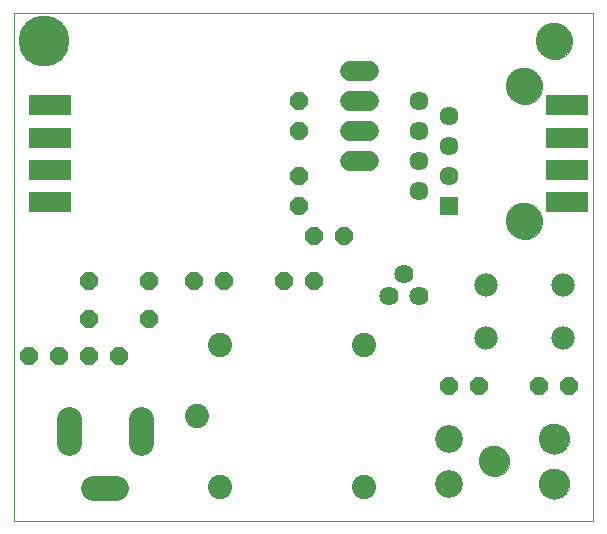
<source format=gbs>
G75*
G70*
%OFA0B0*%
%FSLAX24Y24*%
%IPPOS*%
%LPD*%
%AMOC8*
5,1,8,0,0,1.08239X$1,22.5*
%
%ADD10C,0.0000*%
%ADD11C,0.1221*%
%ADD12OC8,0.0600*%
%ADD13C,0.0634*%
%ADD14R,0.0634X0.0634*%
%ADD15R,0.1418X0.0709*%
%ADD16C,0.0680*%
%ADD17C,0.0827*%
%ADD18C,0.0808*%
%ADD19C,0.0640*%
%ADD20C,0.0926*%
%ADD21C,0.1024*%
%ADD22C,0.0780*%
%ADD23C,0.1700*%
D10*
X004380Y000300D02*
X004380Y017249D01*
X023671Y017249D01*
X023671Y000300D01*
X004380Y000300D01*
X019888Y002300D02*
X019890Y002344D01*
X019896Y002388D01*
X019906Y002431D01*
X019919Y002473D01*
X019937Y002513D01*
X019958Y002552D01*
X019982Y002589D01*
X020009Y002624D01*
X020040Y002656D01*
X020073Y002685D01*
X020109Y002711D01*
X020147Y002733D01*
X020187Y002752D01*
X020228Y002768D01*
X020271Y002780D01*
X020314Y002788D01*
X020358Y002792D01*
X020402Y002792D01*
X020446Y002788D01*
X020489Y002780D01*
X020532Y002768D01*
X020573Y002752D01*
X020613Y002733D01*
X020651Y002711D01*
X020687Y002685D01*
X020720Y002656D01*
X020751Y002624D01*
X020778Y002589D01*
X020802Y002552D01*
X020823Y002513D01*
X020841Y002473D01*
X020854Y002431D01*
X020864Y002388D01*
X020870Y002344D01*
X020872Y002300D01*
X020870Y002256D01*
X020864Y002212D01*
X020854Y002169D01*
X020841Y002127D01*
X020823Y002087D01*
X020802Y002048D01*
X020778Y002011D01*
X020751Y001976D01*
X020720Y001944D01*
X020687Y001915D01*
X020651Y001889D01*
X020613Y001867D01*
X020573Y001848D01*
X020532Y001832D01*
X020489Y001820D01*
X020446Y001812D01*
X020402Y001808D01*
X020358Y001808D01*
X020314Y001812D01*
X020271Y001820D01*
X020228Y001832D01*
X020187Y001848D01*
X020147Y001867D01*
X020109Y001889D01*
X020073Y001915D01*
X020040Y001944D01*
X020009Y001976D01*
X019982Y002011D01*
X019958Y002048D01*
X019937Y002087D01*
X019919Y002127D01*
X019906Y002169D01*
X019896Y002212D01*
X019890Y002256D01*
X019888Y002300D01*
X021888Y001550D02*
X021890Y001594D01*
X021896Y001638D01*
X021906Y001681D01*
X021919Y001723D01*
X021937Y001763D01*
X021958Y001802D01*
X021982Y001839D01*
X022009Y001874D01*
X022040Y001906D01*
X022073Y001935D01*
X022109Y001961D01*
X022147Y001983D01*
X022187Y002002D01*
X022228Y002018D01*
X022271Y002030D01*
X022314Y002038D01*
X022358Y002042D01*
X022402Y002042D01*
X022446Y002038D01*
X022489Y002030D01*
X022532Y002018D01*
X022573Y002002D01*
X022613Y001983D01*
X022651Y001961D01*
X022687Y001935D01*
X022720Y001906D01*
X022751Y001874D01*
X022778Y001839D01*
X022802Y001802D01*
X022823Y001763D01*
X022841Y001723D01*
X022854Y001681D01*
X022864Y001638D01*
X022870Y001594D01*
X022872Y001550D01*
X022870Y001506D01*
X022864Y001462D01*
X022854Y001419D01*
X022841Y001377D01*
X022823Y001337D01*
X022802Y001298D01*
X022778Y001261D01*
X022751Y001226D01*
X022720Y001194D01*
X022687Y001165D01*
X022651Y001139D01*
X022613Y001117D01*
X022573Y001098D01*
X022532Y001082D01*
X022489Y001070D01*
X022446Y001062D01*
X022402Y001058D01*
X022358Y001058D01*
X022314Y001062D01*
X022271Y001070D01*
X022228Y001082D01*
X022187Y001098D01*
X022147Y001117D01*
X022109Y001139D01*
X022073Y001165D01*
X022040Y001194D01*
X022009Y001226D01*
X021982Y001261D01*
X021958Y001298D01*
X021937Y001337D01*
X021919Y001377D01*
X021906Y001419D01*
X021896Y001462D01*
X021890Y001506D01*
X021888Y001550D01*
X021888Y003050D02*
X021890Y003094D01*
X021896Y003138D01*
X021906Y003181D01*
X021919Y003223D01*
X021937Y003263D01*
X021958Y003302D01*
X021982Y003339D01*
X022009Y003374D01*
X022040Y003406D01*
X022073Y003435D01*
X022109Y003461D01*
X022147Y003483D01*
X022187Y003502D01*
X022228Y003518D01*
X022271Y003530D01*
X022314Y003538D01*
X022358Y003542D01*
X022402Y003542D01*
X022446Y003538D01*
X022489Y003530D01*
X022532Y003518D01*
X022573Y003502D01*
X022613Y003483D01*
X022651Y003461D01*
X022687Y003435D01*
X022720Y003406D01*
X022751Y003374D01*
X022778Y003339D01*
X022802Y003302D01*
X022823Y003263D01*
X022841Y003223D01*
X022854Y003181D01*
X022864Y003138D01*
X022870Y003094D01*
X022872Y003050D01*
X022870Y003006D01*
X022864Y002962D01*
X022854Y002919D01*
X022841Y002877D01*
X022823Y002837D01*
X022802Y002798D01*
X022778Y002761D01*
X022751Y002726D01*
X022720Y002694D01*
X022687Y002665D01*
X022651Y002639D01*
X022613Y002617D01*
X022573Y002598D01*
X022532Y002582D01*
X022489Y002570D01*
X022446Y002562D01*
X022402Y002558D01*
X022358Y002558D01*
X022314Y002562D01*
X022271Y002570D01*
X022228Y002582D01*
X022187Y002598D01*
X022147Y002617D01*
X022109Y002639D01*
X022073Y002665D01*
X022040Y002694D01*
X022009Y002726D01*
X021982Y002761D01*
X021958Y002798D01*
X021937Y002837D01*
X021919Y002877D01*
X021906Y002919D01*
X021896Y002962D01*
X021890Y003006D01*
X021888Y003050D01*
X020789Y010300D02*
X020791Y010348D01*
X020797Y010396D01*
X020807Y010443D01*
X020820Y010489D01*
X020838Y010534D01*
X020858Y010578D01*
X020883Y010620D01*
X020911Y010659D01*
X020941Y010696D01*
X020975Y010730D01*
X021012Y010762D01*
X021050Y010791D01*
X021091Y010816D01*
X021134Y010838D01*
X021179Y010856D01*
X021225Y010870D01*
X021272Y010881D01*
X021320Y010888D01*
X021368Y010891D01*
X021416Y010890D01*
X021464Y010885D01*
X021512Y010876D01*
X021558Y010864D01*
X021603Y010847D01*
X021647Y010827D01*
X021689Y010804D01*
X021729Y010777D01*
X021767Y010747D01*
X021802Y010714D01*
X021834Y010678D01*
X021864Y010640D01*
X021890Y010599D01*
X021912Y010556D01*
X021932Y010512D01*
X021947Y010467D01*
X021959Y010420D01*
X021967Y010372D01*
X021971Y010324D01*
X021971Y010276D01*
X021967Y010228D01*
X021959Y010180D01*
X021947Y010133D01*
X021932Y010088D01*
X021912Y010044D01*
X021890Y010001D01*
X021864Y009960D01*
X021834Y009922D01*
X021802Y009886D01*
X021767Y009853D01*
X021729Y009823D01*
X021689Y009796D01*
X021647Y009773D01*
X021603Y009753D01*
X021558Y009736D01*
X021512Y009724D01*
X021464Y009715D01*
X021416Y009710D01*
X021368Y009709D01*
X021320Y009712D01*
X021272Y009719D01*
X021225Y009730D01*
X021179Y009744D01*
X021134Y009762D01*
X021091Y009784D01*
X021050Y009809D01*
X021012Y009838D01*
X020975Y009870D01*
X020941Y009904D01*
X020911Y009941D01*
X020883Y009980D01*
X020858Y010022D01*
X020838Y010066D01*
X020820Y010111D01*
X020807Y010157D01*
X020797Y010204D01*
X020791Y010252D01*
X020789Y010300D01*
X020789Y014800D02*
X020791Y014848D01*
X020797Y014896D01*
X020807Y014943D01*
X020820Y014989D01*
X020838Y015034D01*
X020858Y015078D01*
X020883Y015120D01*
X020911Y015159D01*
X020941Y015196D01*
X020975Y015230D01*
X021012Y015262D01*
X021050Y015291D01*
X021091Y015316D01*
X021134Y015338D01*
X021179Y015356D01*
X021225Y015370D01*
X021272Y015381D01*
X021320Y015388D01*
X021368Y015391D01*
X021416Y015390D01*
X021464Y015385D01*
X021512Y015376D01*
X021558Y015364D01*
X021603Y015347D01*
X021647Y015327D01*
X021689Y015304D01*
X021729Y015277D01*
X021767Y015247D01*
X021802Y015214D01*
X021834Y015178D01*
X021864Y015140D01*
X021890Y015099D01*
X021912Y015056D01*
X021932Y015012D01*
X021947Y014967D01*
X021959Y014920D01*
X021967Y014872D01*
X021971Y014824D01*
X021971Y014776D01*
X021967Y014728D01*
X021959Y014680D01*
X021947Y014633D01*
X021932Y014588D01*
X021912Y014544D01*
X021890Y014501D01*
X021864Y014460D01*
X021834Y014422D01*
X021802Y014386D01*
X021767Y014353D01*
X021729Y014323D01*
X021689Y014296D01*
X021647Y014273D01*
X021603Y014253D01*
X021558Y014236D01*
X021512Y014224D01*
X021464Y014215D01*
X021416Y014210D01*
X021368Y014209D01*
X021320Y014212D01*
X021272Y014219D01*
X021225Y014230D01*
X021179Y014244D01*
X021134Y014262D01*
X021091Y014284D01*
X021050Y014309D01*
X021012Y014338D01*
X020975Y014370D01*
X020941Y014404D01*
X020911Y014441D01*
X020883Y014480D01*
X020858Y014522D01*
X020838Y014566D01*
X020820Y014611D01*
X020807Y014657D01*
X020797Y014704D01*
X020791Y014752D01*
X020789Y014800D01*
X021789Y016300D02*
X021791Y016348D01*
X021797Y016396D01*
X021807Y016443D01*
X021820Y016489D01*
X021838Y016534D01*
X021858Y016578D01*
X021883Y016620D01*
X021911Y016659D01*
X021941Y016696D01*
X021975Y016730D01*
X022012Y016762D01*
X022050Y016791D01*
X022091Y016816D01*
X022134Y016838D01*
X022179Y016856D01*
X022225Y016870D01*
X022272Y016881D01*
X022320Y016888D01*
X022368Y016891D01*
X022416Y016890D01*
X022464Y016885D01*
X022512Y016876D01*
X022558Y016864D01*
X022603Y016847D01*
X022647Y016827D01*
X022689Y016804D01*
X022729Y016777D01*
X022767Y016747D01*
X022802Y016714D01*
X022834Y016678D01*
X022864Y016640D01*
X022890Y016599D01*
X022912Y016556D01*
X022932Y016512D01*
X022947Y016467D01*
X022959Y016420D01*
X022967Y016372D01*
X022971Y016324D01*
X022971Y016276D01*
X022967Y016228D01*
X022959Y016180D01*
X022947Y016133D01*
X022932Y016088D01*
X022912Y016044D01*
X022890Y016001D01*
X022864Y015960D01*
X022834Y015922D01*
X022802Y015886D01*
X022767Y015853D01*
X022729Y015823D01*
X022689Y015796D01*
X022647Y015773D01*
X022603Y015753D01*
X022558Y015736D01*
X022512Y015724D01*
X022464Y015715D01*
X022416Y015710D01*
X022368Y015709D01*
X022320Y015712D01*
X022272Y015719D01*
X022225Y015730D01*
X022179Y015744D01*
X022134Y015762D01*
X022091Y015784D01*
X022050Y015809D01*
X022012Y015838D01*
X021975Y015870D01*
X021941Y015904D01*
X021911Y015941D01*
X021883Y015980D01*
X021858Y016022D01*
X021838Y016066D01*
X021820Y016111D01*
X021807Y016157D01*
X021797Y016204D01*
X021791Y016252D01*
X021789Y016300D01*
D11*
X022380Y016300D03*
X021380Y014800D03*
X021380Y010300D03*
D12*
X015380Y009800D03*
X014380Y009800D03*
X013880Y010800D03*
X013880Y011800D03*
X013880Y013300D03*
X013880Y014300D03*
X013380Y008300D03*
X014380Y008300D03*
X011380Y008300D03*
X010380Y008300D03*
X008880Y008300D03*
X008880Y007050D03*
X007880Y005800D03*
X006880Y005800D03*
X005880Y005800D03*
X004880Y005800D03*
X006880Y007050D03*
X006880Y008300D03*
X018880Y004800D03*
X019880Y004800D03*
X021880Y004800D03*
X022880Y004800D03*
D13*
X017880Y011300D03*
X018880Y011800D03*
X017880Y012300D03*
X018880Y012800D03*
X017880Y013300D03*
X018880Y013800D03*
X017880Y014300D03*
D14*
X018880Y010800D03*
D15*
X022800Y010930D03*
X022800Y012010D03*
X022800Y013090D03*
X022800Y014170D03*
X005560Y014170D03*
X005560Y013090D03*
X005560Y012010D03*
X005560Y010930D03*
D16*
X015560Y012300D02*
X016200Y012300D01*
X016200Y013300D02*
X015560Y013300D01*
X015560Y014300D02*
X016200Y014300D01*
X016200Y015300D02*
X015560Y015300D01*
D17*
X008600Y003694D02*
X008600Y002906D01*
X007774Y001410D02*
X006986Y001410D01*
X006199Y002906D02*
X006199Y003694D01*
D18*
X010455Y003800D03*
X011242Y001438D03*
X016045Y001438D03*
X016045Y006162D03*
X011242Y006162D03*
D19*
X016880Y007800D03*
X017380Y008550D03*
X017880Y007800D03*
D20*
X018880Y003050D03*
X018880Y001550D03*
D21*
X020380Y002300D03*
X022380Y001550D03*
X022380Y003050D03*
D22*
X022660Y006410D03*
X022660Y008190D03*
X020100Y008190D03*
X020100Y006410D03*
D23*
X005380Y016300D03*
M02*

</source>
